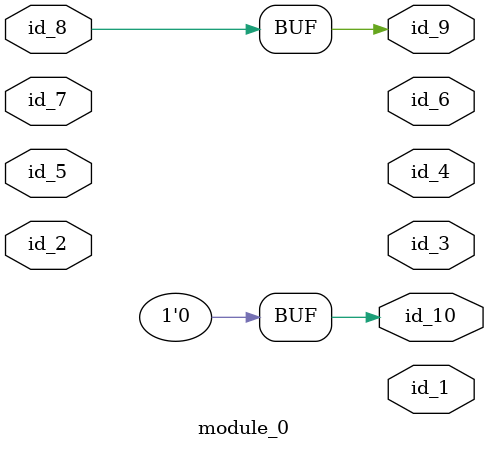
<source format=v>
`timescale 1 ps / 1 ps
module module_0 (
    id_1,
    id_2,
    id_3,
    id_4,
    id_5,
    id_6,
    id_7,
    id_8,
    id_9,
    id_10
);
  output id_10;
  output id_9;
  input id_8;
  input id_7;
  output id_6;
  input id_5;
  output id_4;
  output id_3;
  input id_2;
  output id_1;
  initial begin
    id_9 <= id_8;
    id_10 = 1'h0;
  end
endmodule

</source>
